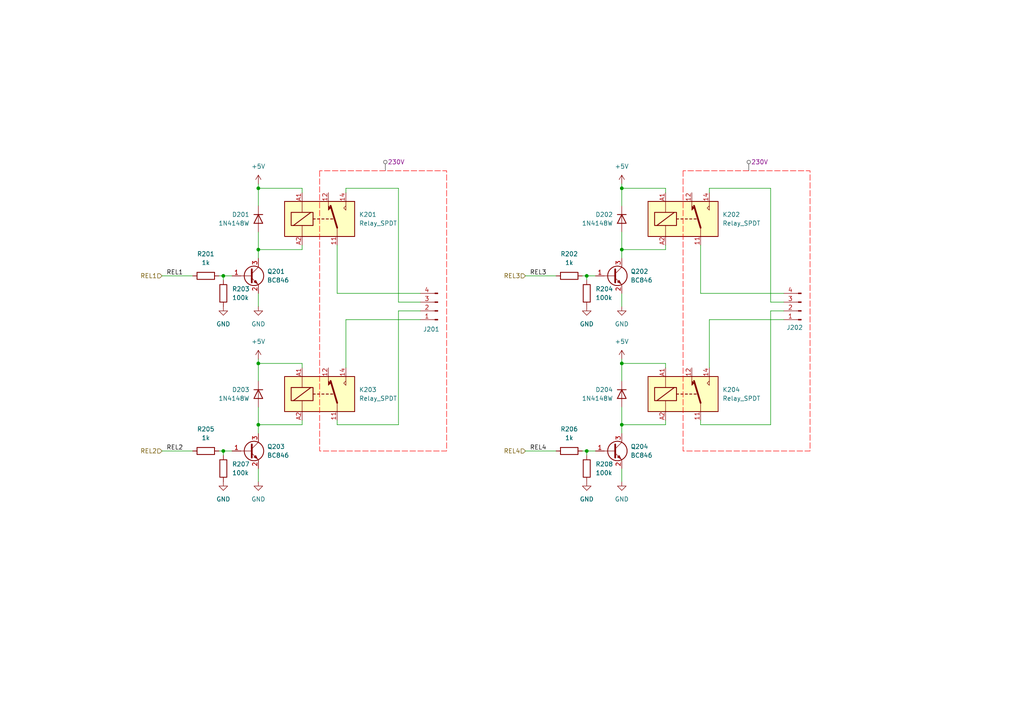
<source format=kicad_sch>
(kicad_sch (version 20250114) (generator "eeschema") (generator_version "9.0")
  (paper "A4")
  (lib_symbols
    (symbol "Connector:Conn_01x04_Pin" (pin_names (offset 1.016) (hide yes))
      (property "Reference" "J" (at 0 5.08 0))
      (property "Value" "Conn_01x04_Pin" (at 0 -7.62 0))
      (symbol "Conn_01x04_Pin_1_1"
        (rectangle (start 0.8636 2.667) (end 0 2.413) (stroke (width 0.1524)) (fill (type outline)))
        (rectangle (start 0.8636 0.127) (end 0 -0.127) (stroke (width 0.1524)) (fill (type outline)))
        (rectangle (start 0.8636 -2.413) (end 0 -2.667) (stroke (width 0.1524)) (fill (type outline)))
        (rectangle (start 0.8636 -4.953) (end 0 -5.207) (stroke (width 0.1524)) (fill (type outline)))
        (polyline (pts (xy 1.27 2.54) (xy 0.8636 2.54)) (stroke (width 0.1524)))
        (polyline (pts (xy 1.27 0) (xy 0.8636 0)) (stroke (width 0.1524)))
        (polyline (pts (xy 1.27 -2.54) (xy 0.8636 -2.54)) (stroke (width 0.1524)))
        (polyline (pts (xy 1.27 -5.08) (xy 0.8636 -5.08)) (stroke (width 0.1524)))
        (pin passive line (at 5.08 2.54 180) (length 3.81) (name "Pin_1") (number "1"))
        (pin passive line (at 5.08 0 180) (length 3.81) (name "Pin_2") (number "2"))
        (pin passive line (at 5.08 -2.54 180) (length 3.81) (name "Pin_3") (number "3"))
        (pin passive line (at 5.08 -5.08 180) (length 3.81) (name "Pin_4") (number "4"))
      )
    )
    (symbol "Device:R" (pin_numbers (hide yes)) (pin_names (offset 0))
      (property "Reference" "R" (at 2.032 0 90))
      (property "Value" "R" (at 0 0 90))
      (symbol "R_0_1"
        (rectangle (start -1.016 -2.54) (end 1.016 2.54) (stroke (width 0.254)))
      )
      (symbol "R_1_1"
        (pin passive line (at 0 3.81 270) (length 1.27) (name "~") (number "1"))
        (pin passive line (at 0 -3.81 90) (length 1.27) (name "~") (number "2"))
      )
    )
    (symbol "Diode:1N4148W" (pin_numbers (hide yes)) (pin_names (hide yes))
      (property "Reference" "D" (at 0 2.54 0))
      (property "Value" "1N4148W" (at 0 -2.54 0))
      (symbol "1N4148W_0_1"
        (polyline (pts (xy -1.27 1.27) (xy -1.27 -1.27)) (stroke (width 0.254)))
        (polyline (pts (xy 1.27 1.27) (xy 1.27 -1.27) (xy -1.27 0) (xy 1.27 1.27)) (stroke (width 0.254)))
        (polyline (pts (xy 1.27 0) (xy -1.27 0)))
      )
      (symbol "1N4148W_1_1"
        (pin passive line (at -3.81 0 0) (length 2.54) (name "K") (number "1"))
        (pin passive line (at 3.81 0 180) (length 2.54) (name "A") (number "2"))
      )
    )
    (symbol "Relay:Relay_SPDT"
      (property "Reference" "K" (at 11.43 3.81 0))
      (property "Value" "Relay_SPDT" (at 11.43 1.27 0))
      (symbol "Relay_SPDT_0_0"
        (polyline (pts (xy 7.62 5.08) (xy 7.62 2.54) (xy 6.985 3.175) (xy 7.62 3.81)))
      )
      (symbol "Relay_SPDT_0_1"
        (rectangle (start -10.16 5.08) (end 10.16 -5.08) (stroke (width 0.254)) (fill (type background)))
        (rectangle (start -8.255 1.905) (end -1.905 -1.905) (stroke (width 0.254)))
        (polyline (pts (xy -7.62 -1.905) (xy -2.54 1.905)) (stroke (width 0.254)))
        (polyline (pts (xy -5.08 5.08) (xy -5.08 1.905)))
        (polyline (pts (xy -5.08 -5.08) (xy -5.08 -1.905)))
        (polyline (pts (xy -1.905 0) (xy -1.27 0)) (stroke (width 0.254)))
        (polyline (pts (xy -0.635 0) (xy 0 0)) (stroke (width 0.254)))
        (polyline (pts (xy 0.635 0) (xy 1.27 0)) (stroke (width 0.254)))
        (polyline (pts (xy 1.905 0) (xy 2.54 0)) (stroke (width 0.254)))
        (polyline (pts (xy 2.54 5.08) (xy 2.54 2.54) (xy 3.175 3.175) (xy 2.54 3.81)) (fill (type outline)))
        (polyline (pts (xy 3.175 0) (xy 3.81 0)) (stroke (width 0.254)))
        (polyline (pts (xy 5.08 -2.54) (xy 3.175 3.81)) (stroke (width 0.508)))
        (polyline (pts (xy 5.08 -2.54) (xy 5.08 -5.08)))
      )
      (symbol "Relay_SPDT_1_1"
        (pin passive line (at -5.08 7.62 270) (length 2.54) (name "~") (number "A1"))
        (pin passive line (at -5.08 -7.62 90) (length 2.54) (name "~") (number "A2"))
        (pin passive line (at 2.54 7.62 270) (length 2.54) (name "~") (number "12"))
        (pin passive line (at 5.08 -7.62 90) (length 2.54) (name "~") (number "11"))
        (pin passive line (at 7.62 7.62 270) (length 2.54) (name "~") (number "14"))
      )
    )
    (symbol "Transistor_BJT:BC846" (pin_names (offset 0) (hide yes))
      (property "Reference" "Q" (at 5.08 1.905 0))
      (property "Value" "BC846" (at 5.08 0 0))
      (symbol "BC846_0_1"
        (polyline (pts (xy -2.54 0) (xy 0.635 0)))
        (polyline (pts (xy 0.635 1.905) (xy 0.635 -1.905)) (stroke (width 0.508)))
        (circle (center 1.27 0) (radius 2.8194) (stroke (width 0.254)))
      )
      (symbol "BC846_1_1"
        (polyline (pts (xy 0.635 0.635) (xy 2.54 2.54)))
        (polyline (pts (xy 0.635 -0.635) (xy 2.54 -2.54)))
        (polyline (pts (xy 1.27 -1.778) (xy 1.778 -1.27) (xy 2.286 -2.286) (xy 1.27 -1.778)) (fill (type outline)))
        (pin input line (at -5.08 0 0) (length 2.54) (name "B") (number "1"))
        (pin passive line (at 2.54 5.08 270) (length 2.54) (name "C") (number "3"))
        (pin passive line (at 2.54 -5.08 90) (length 2.54) (name "E") (number "2"))
      )
    )
    (symbol "power:+5V" (power) (pin_numbers (hide yes)) (pin_names (offset 0) (hide yes))
      (property "Value" "+5V" (at 0 3.556 0))
      (symbol "+5V_0_1"
        (polyline (pts (xy -0.762 1.27) (xy 0 2.54)))
        (polyline (pts (xy 0 2.54) (xy 0.762 1.27)))
        (polyline (pts (xy 0 0) (xy 0 2.54)))
      )
      (symbol "+5V_1_1"
        (pin power_in line (at 0 0 90) (length 0) (name "~") (number "1"))
      )
    )
    (symbol "power:GND" (power) (pin_numbers (hide yes)) (pin_names (offset 0) (hide yes))
      (property "Value" "GND" (at 0 -3.81 0))
      (symbol "GND_0_1"
        (polyline (pts (xy 0 0) (xy 0 -1.27) (xy 1.27 -1.27) (xy 0 -2.54) (xy -1.27 -1.27) (xy 0 -1.27)))
      )
      (symbol "GND_1_1"
        (pin power_in line (at 0 0 270) (length 0) (name "~") (number "1"))
      )
    )
  )
  (junction (at 74.93 105.41))
  (junction (at 64.77 130.81))
  (junction (at 180.34 123.19))
  (junction (at 74.93 54.61))
  (junction (at 64.77 80.01))
  (junction (at 74.93 72.39))
  (junction (at 180.34 54.61))
  (junction (at 180.34 105.41))
  (junction (at 170.18 130.81))
  (junction (at 170.18 80.01))
  (junction (at 74.93 123.19))
  (junction (at 180.34 72.39))
  (wire (pts (xy 180.34 72.39) (xy 180.34 74.93)))
  (wire (pts (xy 121.92 90.17) (xy 115.57 90.17)))
  (wire (pts (xy 180.34 123.19) (xy 180.34 125.73)))
  (wire (pts (xy 180.34 135.89) (xy 180.34 139.7)))
  (wire (pts (xy 74.93 135.89) (xy 74.93 139.7)))
  (wire (pts (xy 64.77 130.81) (xy 67.31 130.81)))
  (wire (pts (xy 100.33 54.61) (xy 100.33 55.88)))
  (wire (pts (xy 180.34 104.14) (xy 180.34 105.41)))
  (wire (pts (xy 180.34 118.11) (xy 180.34 123.19)))
  (wire (pts (xy 46.99 80.01) (xy 55.88 80.01)))
  (wire (pts (xy 121.92 87.63) (xy 115.57 87.63)))
  (wire (pts (xy 74.93 53.34) (xy 74.93 54.61)))
  (wire (pts (xy 170.18 130.81) (xy 172.72 130.81)))
  (wire (pts (xy 152.4 80.01) (xy 161.29 80.01)))
  (wire (pts (xy 64.77 80.01) (xy 64.77 81.28)))
  (wire (pts (xy 64.77 130.81) (xy 64.77 132.08)))
  (wire (pts (xy 205.74 55.88) (xy 205.74 54.61)))
  (wire (pts (xy 223.52 90.17) (xy 223.52 123.19)))
  (wire (pts (xy 170.18 80.01) (xy 172.72 80.01)))
  (wire (pts (xy 74.93 105.41) (xy 74.93 110.49)))
  (wire (pts (xy 46.99 130.81) (xy 55.88 130.81)))
  (wire (pts (xy 227.33 90.17) (xy 223.52 90.17)))
  (wire (pts (xy 203.2 121.92) (xy 203.2 123.19)))
  (wire (pts (xy 205.74 92.71) (xy 227.33 92.71)))
  (wire (pts (xy 223.52 54.61) (xy 205.74 54.61)))
  (wire (pts (xy 63.5 130.81) (xy 64.77 130.81)))
  (wire (pts (xy 87.63 121.92) (xy 87.63 123.19)))
  (wire (pts (xy 180.34 105.41) (xy 193.04 105.41)))
  (wire (pts (xy 115.57 54.61) (xy 100.33 54.61)))
  (wire (pts (xy 74.93 123.19) (xy 87.63 123.19)))
  (wire (pts (xy 193.04 55.88) (xy 193.04 54.61)))
  (wire (pts (xy 63.5 80.01) (xy 64.77 80.01)))
  (wire (pts (xy 223.52 123.19) (xy 203.2 123.19)))
  (wire (pts (xy 74.93 54.61) (xy 87.63 54.61)))
  (wire (pts (xy 168.91 80.01) (xy 170.18 80.01)))
  (wire (pts (xy 193.04 71.12) (xy 193.04 72.39)))
  (wire (pts (xy 74.93 104.14) (xy 74.93 105.41)))
  (wire (pts (xy 115.57 90.17) (xy 115.57 123.19)))
  (wire (pts (xy 97.79 121.92) (xy 97.79 123.19)))
  (wire (pts (xy 97.79 85.09) (xy 97.79 71.12)))
  (wire (pts (xy 180.34 72.39) (xy 193.04 72.39)))
  (wire (pts (xy 74.93 105.41) (xy 87.63 105.41)))
  (wire (pts (xy 203.2 85.09) (xy 227.33 85.09)))
  (wire (pts (xy 115.57 123.19) (xy 97.79 123.19)))
  (wire (pts (xy 170.18 130.81) (xy 170.18 132.08)))
  (wire (pts (xy 74.93 54.61) (xy 74.93 59.69)))
  (wire (pts (xy 180.34 85.09) (xy 180.34 88.9)))
  (wire (pts (xy 87.63 55.88) (xy 87.63 54.61)))
  (wire (pts (xy 180.34 67.31) (xy 180.34 72.39)))
  (wire (pts (xy 180.34 105.41) (xy 180.34 110.49)))
  (wire (pts (xy 193.04 106.68) (xy 193.04 105.41)))
  (wire (pts (xy 180.34 54.61) (xy 193.04 54.61)))
  (wire (pts (xy 115.57 87.63) (xy 115.57 54.61)))
  (wire (pts (xy 100.33 92.71) (xy 121.92 92.71)))
  (wire (pts (xy 180.34 123.19) (xy 193.04 123.19)))
  (wire (pts (xy 74.93 123.19) (xy 74.93 125.73)))
  (wire (pts (xy 74.93 85.09) (xy 74.93 88.9)))
  (wire (pts (xy 205.74 92.71) (xy 205.74 106.68)))
  (wire (pts (xy 64.77 80.01) (xy 67.31 80.01)))
  (wire (pts (xy 100.33 92.71) (xy 100.33 106.68)))
  (wire (pts (xy 223.52 87.63) (xy 223.52 54.61)))
  (wire (pts (xy 74.93 118.11) (xy 74.93 123.19)))
  (wire (pts (xy 180.34 54.61) (xy 180.34 59.69)))
  (wire (pts (xy 170.18 80.01) (xy 170.18 81.28)))
  (wire (pts (xy 193.04 121.92) (xy 193.04 123.19)))
  (wire (pts (xy 74.93 72.39) (xy 87.63 72.39)))
  (wire (pts (xy 97.79 85.09) (xy 121.92 85.09)))
  (wire (pts (xy 180.34 53.34) (xy 180.34 54.61)))
  (wire (pts (xy 87.63 106.68) (xy 87.63 105.41)))
  (wire (pts (xy 74.93 72.39) (xy 74.93 74.93)))
  (wire (pts (xy 203.2 85.09) (xy 203.2 71.12)))
  (wire (pts (xy 74.93 67.31) (xy 74.93 72.39)))
  (wire (pts (xy 227.33 87.63) (xy 223.52 87.63)))
  (wire (pts (xy 168.91 130.81) (xy 170.18 130.81)))
  (wire (pts (xy 152.4 130.81) (xy 161.29 130.81)))
  (wire (pts (xy 87.63 71.12) (xy 87.63 72.39)))
  (label "REL4" (at 153.67 130.81 0))
  (label "REL3" (at 153.67 80.01 0))
  (label "REL2" (at 48.26 130.81 0))
  (label "REL1" (at 48.26 80.01 0))
  (hierarchical_label "REL1" (shape input) (at 46.99 80.01 180))
  (hierarchical_label "REL3" (shape input) (at 152.4 80.01 180))
  (hierarchical_label "REL4" (shape input) (at 152.4 130.81 180))
  (hierarchical_label "REL2" (shape input) (at 46.99 130.81 180))
  (rule_area (polyline (pts (xy 92.71 49.53) (xy 92.71 130.81) (xy 129.54 130.81) (xy 129.54 49.53)) (stroke (width 0) (type dash))))
  (rule_area (polyline (pts (xy 198.12 49.53) (xy 198.12 130.81) (xy 234.95 130.81) (xy 234.95 49.53)) (stroke (width 0) (type dash))))
  (netclass_flag "" (length 2.54) (shape round) (at 217.17 49.53 0) (property "Netclass" "230V" (at 217.8685 46.99 0) (effects (justify left))))
  (netclass_flag "" (length 2.54) (shape round) (at 111.76 49.53 0) (property "Netclass" "230V" (at 112.4585 46.99 0) (effects (justify left))))
  (symbol (lib_id "power:+5V") (at 180.34 53.34 0) (unit 1)
    (property "Reference" "#PWR0202" (effects (hide yes)))
    (property "Value" "+5V" (at 180.34 48.26 0))
    (property "Description" "Power symbol creates a global label with name \"+5V\"" (effects (hide yes)))
  )
  (symbol (lib_id "Transistor_BJT:BC846") (at 72.39 130.81 0) (unit 1)
    (property "Reference" "Q203" (at 77.47 129.5399 0) (effects (justify left)))
    (property "Value" "BC846" (at 77.47 132.0799 0) (effects (justify left)))
    (property "Footprint" "Package_TO_SOT_SMD:SOT-23-3" (effects (hide yes)))
    (property "Datasheet" "https://assets.nexperia.com/documents/data-sheet/BC846_SER.pdf" (effects (hide yes)))
    (property "Description" "0.1A Ic, 65V Vce, NPN Transistor, SOT-23" (effects (hide yes)))
  )
  (symbol (lib_id "Device:R") (at 59.69 130.81 90) (unit 1)
    (property "Reference" "R205" (at 59.69 124.46 90))
    (property "Value" "1k" (at 59.69 127 90))
    (property "Footprint" "Resistor_SMD:R_0603_1608Metric_Pad0.98x0.95mm_HandSolder" (effects (hide yes)))
    (property "Description" "Resistor" (effects (hide yes)))
  )
  (symbol (lib_id "Device:R") (at 170.18 135.89 180) (unit 1)
    (property "Reference" "R208" (at 172.72 134.6199 0) (effects (justify right)))
    (property "Value" "100k" (at 172.72 137.1599 0) (effects (justify right)))
    (property "Footprint" "Resistor_SMD:R_0603_1608Metric_Pad0.98x0.95mm_HandSolder" (effects (hide yes)))
    (property "Description" "Resistor" (effects (hide yes)))
  )
  (symbol (lib_id "power:GND") (at 64.77 139.7 0) (unit 1)
    (property "Reference" "#PWR0209" (effects (hide yes)))
    (property "Value" "GND" (at 64.77 144.78 0))
    (property "Description" "Power symbol creates a global label with name \"GND\" , ground" (effects (hide yes)))
  )
  (symbol (lib_id "Device:R") (at 165.1 130.81 90) (unit 1)
    (property "Reference" "R206" (at 165.1 124.46 90))
    (property "Value" "1k" (at 165.1 127 90))
    (property "Footprint" "Resistor_SMD:R_0603_1608Metric_Pad0.98x0.95mm_HandSolder" (effects (hide yes)))
    (property "Description" "Resistor" (effects (hide yes)))
  )
  (symbol (lib_id "Device:R") (at 59.69 80.01 90) (unit 1)
    (property "Reference" "R201" (at 59.69 73.66 90))
    (property "Value" "1k" (at 59.69 76.2 90))
    (property "Footprint" "Resistor_SMD:R_0603_1608Metric_Pad0.98x0.95mm_HandSolder" (effects (hide yes)))
    (property "Description" "Resistor" (effects (hide yes)))
  )
  (symbol (lib_id "Diode:1N4148W") (at 74.93 114.3 90) (mirror x) (unit 1)
    (property "Reference" "D203" (at 72.39 113.0299 90) (effects (justify left)))
    (property "Value" "1N4148W" (at 72.39 115.5699 90) (effects (justify left)))
    (property "Footprint" "Diode_SMD:D_SOD-123" (effects (hide yes)))
    (property "Datasheet" "https://www.vishay.com/docs/85748/1n4148w.pdf" (effects (hide yes)))
    (property "Description" "75V 0.15A Fast Switching Diode, SOD-123" (effects (hide yes)))
    (property "Sim.Device" "D" (effects (hide yes)))
    (property "Sim.Pins" "1=K 2=A" (effects (hide yes)))
  )
  (symbol (lib_id "Connector:Conn_01x04_Pin") (at 232.41 90.17 180) (unit 1)
    (property "Reference" "J202" (at 228.092 94.996 0) (effects (justify right)))
    (property "Value" "Conn_01x04_Pin" (effects (hide yes)))
    (property "Footprint" "Connector_Phoenix_MSTB:PhoenixContact_MSTBVA_2,5_4-G-5,08_1x04_P5.08mm_Vertical" (effects (hide yes)))
    (property "Description" "Generic connector, single row, 01x04, script generated" (effects (hide yes)))
  )
  (symbol (lib_id "power:+5V") (at 180.34 104.14 0) (unit 1)
    (property "Reference" "#PWR0208" (effects (hide yes)))
    (property "Value" "+5V" (at 180.34 99.06 0))
    (property "Description" "Power symbol creates a global label with name \"+5V\"" (effects (hide yes)))
  )
  (symbol (lib_id "power:GND") (at 74.93 88.9 0) (unit 1)
    (property "Reference" "#PWR0204" (effects (hide yes)))
    (property "Value" "GND" (at 74.93 93.98 0))
    (property "Description" "Power symbol creates a global label with name \"GND\" , ground" (effects (hide yes)))
  )
  (symbol (lib_id "power:GND") (at 180.34 88.9 0) (unit 1)
    (property "Reference" "#PWR0206" (effects (hide yes)))
    (property "Value" "GND" (at 180.34 93.98 0))
    (property "Description" "Power symbol creates a global label with name \"GND\" , ground" (effects (hide yes)))
  )
  (symbol (lib_id "Transistor_BJT:BC846") (at 177.8 130.81 0) (unit 1)
    (property "Reference" "Q204" (at 182.88 129.5399 0) (effects (justify left)))
    (property "Value" "BC846" (at 182.88 132.0799 0) (effects (justify left)))
    (property "Footprint" "Package_TO_SOT_SMD:SOT-23-3" (effects (hide yes)))
    (property "Datasheet" "https://assets.nexperia.com/documents/data-sheet/BC846_SER.pdf" (effects (hide yes)))
    (property "Description" "0.1A Ic, 65V Vce, NPN Transistor, SOT-23" (effects (hide yes)))
  )
  (symbol (lib_id "Diode:1N4148W") (at 180.34 114.3 90) (mirror x) (unit 1)
    (property "Reference" "D204" (at 177.8 113.0299 90) (effects (justify left)))
    (property "Value" "1N4148W" (at 177.8 115.5699 90) (effects (justify left)))
    (property "Footprint" "Diode_SMD:D_SOD-123" (effects (hide yes)))
    (property "Datasheet" "https://www.vishay.com/docs/85748/1n4148w.pdf" (effects (hide yes)))
    (property "Description" "75V 0.15A Fast Switching Diode, SOD-123" (effects (hide yes)))
    (property "Sim.Device" "D" (effects (hide yes)))
    (property "Sim.Pins" "1=K 2=A" (effects (hide yes)))
  )
  (symbol (lib_id "Relay:Relay_SPDT") (at 92.71 63.5 0) (unit 1)
    (property "Reference" "K201" (at 104.14 62.2299 0) (effects (justify left)))
    (property "Value" "Relay_SPDT" (at 104.14 64.7699 0) (effects (justify left)))
    (property "Footprint" "Library:Relay_SPDT_Hongfa_HF118F" (effects (hide yes)))
    (property "Description" "Relay SPDT, monostable, EN50005" (effects (hide yes)))
  )
  (symbol (lib_id "Device:R") (at 170.18 85.09 180) (unit 1)
    (property "Reference" "R204" (at 172.72 83.8199 0) (effects (justify right)))
    (property "Value" "100k" (at 172.72 86.3599 0) (effects (justify right)))
    (property "Footprint" "Resistor_SMD:R_0603_1608Metric_Pad0.98x0.95mm_HandSolder" (effects (hide yes)))
    (property "Description" "Resistor" (effects (hide yes)))
  )
  (symbol (lib_id "Transistor_BJT:BC846") (at 72.39 80.01 0) (unit 1)
    (property "Reference" "Q201" (at 77.47 78.7399 0) (effects (justify left)))
    (property "Value" "BC846" (at 77.47 81.2799 0) (effects (justify left)))
    (property "Footprint" "Package_TO_SOT_SMD:SOT-23-3" (effects (hide yes)))
    (property "Datasheet" "https://assets.nexperia.com/documents/data-sheet/BC846_SER.pdf" (effects (hide yes)))
    (property "Description" "0.1A Ic, 65V Vce, NPN Transistor, SOT-23" (effects (hide yes)))
  )
  (symbol (lib_id "Diode:1N4148W") (at 180.34 63.5 90) (mirror x) (unit 1)
    (property "Reference" "D202" (at 177.8 62.2299 90) (effects (justify left)))
    (property "Value" "1N4148W" (at 177.8 64.7699 90) (effects (justify left)))
    (property "Footprint" "Diode_SMD:D_SOD-123" (effects (hide yes)))
    (property "Datasheet" "https://www.vishay.com/docs/85748/1n4148w.pdf" (effects (hide yes)))
    (property "Description" "75V 0.15A Fast Switching Diode, SOD-123" (effects (hide yes)))
    (property "Sim.Device" "D" (effects (hide yes)))
    (property "Sim.Pins" "1=K 2=A" (effects (hide yes)))
  )
  (symbol (lib_id "Device:R") (at 64.77 85.09 180) (unit 1)
    (property "Reference" "R203" (at 67.31 83.8199 0) (effects (justify right)))
    (property "Value" "100k" (at 67.31 86.3599 0) (effects (justify right)))
    (property "Footprint" "Resistor_SMD:R_0603_1608Metric_Pad0.98x0.95mm_HandSolder" (effects (hide yes)))
    (property "Description" "Resistor" (effects (hide yes)))
  )
  (symbol (lib_id "power:GND") (at 170.18 88.9 0) (unit 1)
    (property "Reference" "#PWR0205" (effects (hide yes)))
    (property "Value" "GND" (at 170.18 93.98 0))
    (property "Description" "Power symbol creates a global label with name \"GND\" , ground" (effects (hide yes)))
  )
  (symbol (lib_id "Relay:Relay_SPDT") (at 92.71 114.3 0) (unit 1)
    (property "Reference" "K203" (at 104.14 113.0299 0) (effects (justify left)))
    (property "Value" "Relay_SPDT" (at 104.14 115.5699 0) (effects (justify left)))
    (property "Footprint" "Library:Relay_SPDT_Hongfa_HF118F" (effects (hide yes)))
    (property "Description" "Relay SPDT, monostable, EN50005" (effects (hide yes)))
  )
  (symbol (lib_id "Transistor_BJT:BC846") (at 177.8 80.01 0) (unit 1)
    (property "Reference" "Q202" (at 182.88 78.7399 0) (effects (justify left)))
    (property "Value" "BC846" (at 182.88 81.2799 0) (effects (justify left)))
    (property "Footprint" "Package_TO_SOT_SMD:SOT-23-3" (effects (hide yes)))
    (property "Datasheet" "https://assets.nexperia.com/documents/data-sheet/BC846_SER.pdf" (effects (hide yes)))
    (property "Description" "0.1A Ic, 65V Vce, NPN Transistor, SOT-23" (effects (hide yes)))
  )
  (symbol (lib_id "power:GND") (at 180.34 139.7 0) (unit 1)
    (property "Reference" "#PWR0212" (effects (hide yes)))
    (property "Value" "GND" (at 180.34 144.78 0))
    (property "Description" "Power symbol creates a global label with name \"GND\" , ground" (effects (hide yes)))
  )
  (symbol (lib_id "power:+5V") (at 74.93 53.34 0) (unit 1)
    (property "Reference" "#PWR0201" (effects (hide yes)))
    (property "Value" "+5V" (at 74.93 48.26 0))
    (property "Description" "Power symbol creates a global label with name \"+5V\"" (effects (hide yes)))
  )
  (symbol (lib_id "Device:R") (at 165.1 80.01 90) (unit 1)
    (property "Reference" "R202" (at 165.1 73.66 90))
    (property "Value" "1k" (at 165.1 76.2 90))
    (property "Footprint" "Resistor_SMD:R_0603_1608Metric_Pad0.98x0.95mm_HandSolder" (effects (hide yes)))
    (property "Description" "Resistor" (effects (hide yes)))
  )
  (symbol (lib_id "power:GND") (at 74.93 139.7 0) (unit 1)
    (property "Reference" "#PWR0210" (effects (hide yes)))
    (property "Value" "GND" (at 74.93 144.78 0))
    (property "Description" "Power symbol creates a global label with name \"GND\" , ground" (effects (hide yes)))
  )
  (symbol (lib_id "Connector:Conn_01x04_Pin") (at 127 90.17 180) (unit 1)
    (property "Reference" "J201" (at 122.682 95.504 0) (effects (justify right)))
    (property "Value" "Conn_01x04_Pin" (effects (hide yes)))
    (property "Footprint" "Connector_Phoenix_MSTB:PhoenixContact_MSTBVA_2,5_4-G-5,08_1x04_P5.08mm_Vertical" (effects (hide yes)))
    (property "Description" "Generic connector, single row, 01x04, script generated" (effects (hide yes)))
  )
  (symbol (lib_id "Diode:1N4148W") (at 74.93 63.5 90) (mirror x) (unit 1)
    (property "Reference" "D201" (at 72.39 62.2299 90) (effects (justify left)))
    (property "Value" "1N4148W" (at 72.39 64.7699 90) (effects (justify left)))
    (property "Footprint" "Diode_SMD:D_SOD-123" (effects (hide yes)))
    (property "Datasheet" "https://www.vishay.com/docs/85748/1n4148w.pdf" (effects (hide yes)))
    (property "Description" "75V 0.15A Fast Switching Diode, SOD-123" (effects (hide yes)))
    (property "Sim.Device" "D" (effects (hide yes)))
    (property "Sim.Pins" "1=K 2=A" (effects (hide yes)))
  )
  (symbol (lib_id "power:GND") (at 64.77 88.9 0) (unit 1)
    (property "Reference" "#PWR0203" (effects (hide yes)))
    (property "Value" "GND" (at 64.77 93.98 0))
    (property "Description" "Power symbol creates a global label with name \"GND\" , ground" (effects (hide yes)))
  )
  (symbol (lib_id "Relay:Relay_SPDT") (at 198.12 114.3 0) (unit 1)
    (property "Reference" "K204" (at 209.55 113.0299 0) (effects (justify left)))
    (property "Value" "Relay_SPDT" (at 209.55 115.5699 0) (effects (justify left)))
    (property "Footprint" "Library:Relay_SPDT_Hongfa_HF118F" (effects (hide yes)))
    (property "Description" "Relay SPDT, monostable, EN50005" (effects (hide yes)))
  )
  (symbol (lib_id "Relay:Relay_SPDT") (at 198.12 63.5 0) (unit 1)
    (property "Reference" "K202" (at 209.55 62.2299 0) (effects (justify left)))
    (property "Value" "Relay_SPDT" (at 209.55 64.7699 0) (effects (justify left)))
    (property "Footprint" "Library:Relay_SPDT_Hongfa_HF118F" (effects (hide yes)))
    (property "Description" "Relay SPDT, monostable, EN50005" (effects (hide yes)))
  )
  (symbol (lib_id "power:+5V") (at 74.93 104.14 0) (unit 1)
    (property "Reference" "#PWR0207" (effects (hide yes)))
    (property "Value" "+5V" (at 74.93 99.06 0))
    (property "Description" "Power symbol creates a global label with name \"+5V\"" (effects (hide yes)))
  )
  (symbol (lib_id "power:GND") (at 170.18 139.7 0) (unit 1)
    (property "Reference" "#PWR0211" (effects (hide yes)))
    (property "Value" "GND" (at 170.18 144.78 0))
    (property "Description" "Power symbol creates a global label with name \"GND\" , ground" (effects (hide yes)))
  )
  (symbol (lib_id "Device:R") (at 64.77 135.89 180) (unit 1)
    (property "Reference" "R207" (at 67.31 134.6199 0) (effects (justify right)))
    (property "Value" "100k" (at 67.31 137.1599 0) (effects (justify right)))
    (property "Footprint" "Resistor_SMD:R_0603_1608Metric_Pad0.98x0.95mm_HandSolder" (effects (hide yes)))
    (property "Description" "Resistor" (effects (hide yes)))
  )
)
</source>
